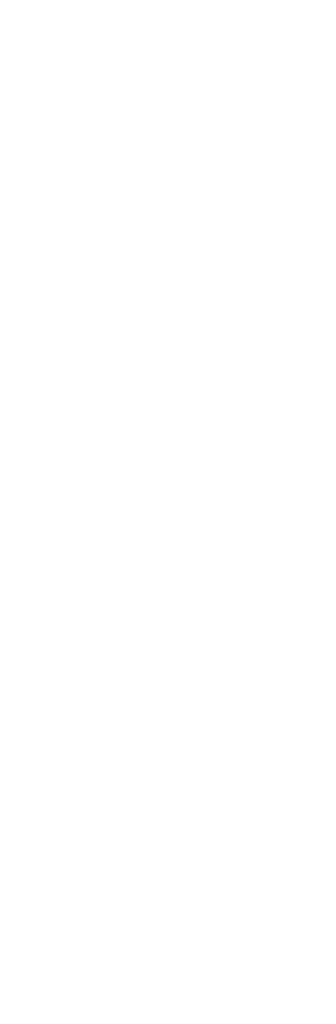
<source format=gbr>
G04 CAM350 V8.0.1 (Build 31) Date:  Thu Jun 11 14:51:13 2020 *
G04 Database: c:\users\administrator\desktop\work\2020_05\loadcell\cammerge\cam_merge.cam *
G04 Layer 10: drl_pt001.drl *
%FSLAX35Y35*%
%MOIN*%
%SFA1.000B1.000*%

%MIA0B0*%
%IPPOS*%
%LNdrl_pt001.drl*%
%LPD*%
G54D134*
X47240Y222440D03*
X241730Y257870D03*
X243310Y250000D03*
X106300Y501570D03*
X77560Y457870D03*
X92130Y525590D03*
X268900Y553540D03*
X23620Y612190D03*
X28620D03*
X33620D03*
X38620D03*
X43620D03*
X33620Y617190D03*
X28620D03*
X38620D03*
X43620D03*
X23620D03*
X60630Y640930D03*
X67320Y801160D03*
X18110Y879510D03*
X69690Y811400D03*
X78740Y806670D03*
X113390Y801950D03*
X114960Y795260D03*
X107090Y792890D03*
X98430Y711790D03*
X90550Y674000D03*
X92130Y654310D03*
X109450Y632660D03*
X100000Y624000D03*
X106300Y623600D03*
X69290Y620450D03*
X72440Y615730D03*
X149210Y606280D03*
X143700Y606670D03*
X137800Y620450D03*
X144090D03*
X159840Y667300D03*
X166540Y682260D03*
X140160Y709820D03*
X134250Y751160D03*
X165750Y764940D03*
X160630Y798800D03*
X129920Y811400D03*
X122830Y819270D03*
X184650Y801950D03*
X216540Y764940D03*
X201180Y752740D03*
X182680Y750370D03*
X188580Y711400D03*
X216540Y709430D03*
X175980Y673600D03*
X169290Y664150D03*
X183860Y663370D03*
X189370Y660220D03*
X198820Y644860D03*
X188580Y626750D03*
X183860Y623210D03*
X229130Y750770D03*
X233070Y770450D03*
X284650Y801950D03*
X240160Y802740D03*
X233070Y804700D03*
X285830Y811400D03*
X239760Y811790D03*
X245670Y821240D03*
X271260Y864150D03*
X279530D03*
G54D63*
X31180Y118110D03*
X31500Y106300D03*
X51180Y118110D03*
X51500Y106300D03*
X59060Y96460D03*
X137800Y106300D03*
X147800D03*
X148820Y97640D03*
X157800Y106300D03*
X167800D03*
X177800D03*
X177950Y97640D03*
X187800Y106300D03*
X194490Y143700D03*
X187800Y133860D03*
X177800D03*
X167800D03*
X157800D03*
X147800D03*
X137800D03*
X122050Y137800D03*
X110240D03*
X90550Y133860D03*
X78740D03*
X66930Y135350D03*
X55120D03*
X43310Y133860D03*
X31500D03*
X25590Y192910D03*
X31890Y188580D03*
X55120Y165350D03*
X66930D03*
X78740Y157090D03*
X90550Y153940D03*
Y188580D03*
X106300Y173540D03*
Y153540D03*
X121260Y165350D03*
Y180710D03*
X129920Y160630D03*
X137800Y161420D03*
X165350D03*
X173230Y185040D03*
Y195040D03*
X175200Y174800D03*
X175350Y161420D03*
X185040Y185040D03*
Y195040D03*
X185350Y161420D03*
X246460Y174800D03*
X292700Y213800D03*
X280350Y243700D03*
X279960Y227560D03*
X272850Y243700D03*
X272460Y227560D03*
X265350Y243700D03*
X264960Y227560D03*
X260240Y234250D03*
X240500Y213800D03*
X227600Y228350D03*
Y244090D03*
X226380Y204330D03*
X220100Y228350D03*
Y244090D03*
X217720Y209060D03*
X212600Y244090D03*
Y228350D03*
X196850Y221650D03*
X191340Y244490D03*
X185040Y220470D03*
Y230470D03*
Y240470D03*
Y205040D03*
X173230Y220470D03*
Y230470D03*
Y240470D03*
Y205040D03*
X158270Y220470D03*
X139760Y240160D03*
X95000Y200000D03*
Y230000D03*
X85000D03*
Y200000D03*
X75000Y230000D03*
Y200000D03*
X65000D03*
Y230000D03*
X55120Y240160D03*
Y202440D03*
Y222440D03*
X29530Y238190D03*
X45280Y251970D03*
Y271970D03*
X64960Y280310D03*
X84650Y271650D03*
X94880Y250000D03*
X95000Y280000D03*
Y260000D03*
X124410Y259840D03*
X139760Y279920D03*
X165350Y259840D03*
X186540Y279530D03*
Y267720D03*
X207090Y267320D03*
X216540Y267720D03*
Y279530D03*
Y259840D03*
X277950Y279920D03*
X276770Y333070D03*
X267720Y344880D03*
X208270Y339370D03*
X186220Y304330D03*
X176700Y304500D03*
Y324500D03*
X157480Y306690D03*
Y322440D03*
X150390Y339760D03*
X146850Y314960D03*
X125000Y335000D03*
Y305000D03*
X115000D03*
Y335000D03*
X114960Y314960D03*
X105000Y335000D03*
Y305000D03*
X95000Y335000D03*
Y305000D03*
X85040Y322440D03*
X85000Y335000D03*
Y305000D03*
X75000Y335000D03*
Y305000D03*
X65000Y335000D03*
Y305000D03*
X56300Y329920D03*
X45280Y322440D03*
X24720Y355280D03*
Y345280D03*
X54720D03*
Y355280D03*
X94490Y366140D03*
Y346140D03*
X112200Y348430D03*
X115000Y355000D03*
X138190Y347640D03*
X155510D03*
X222830Y354720D03*
X253150Y359840D03*
X259840Y347640D03*
X266140Y354720D03*
X314960Y364960D03*
X232280Y381890D03*
X216540Y375590D03*
X209840Y414170D03*
X181100Y396060D03*
X180310Y414170D03*
X173230Y375980D03*
Y405510D03*
X155910Y375590D03*
X153540Y405510D03*
Y385510D03*
X131890Y411810D03*
X115000Y375000D03*
X110000Y420000D03*
Y410000D03*
X95000Y395000D03*
Y415000D03*
X45280Y375980D03*
X39370Y452760D03*
X46850Y461810D03*
X57090Y440940D03*
X67090D03*
X77090D03*
X87090D03*
X90940Y452760D03*
X118110D03*
Y432760D03*
X176380Y429130D03*
Y455790D03*
Y445790D03*
X185430Y431500D03*
X192910Y434250D03*
X203150Y451970D03*
X203540Y436610D03*
X209450Y444880D03*
X232280D03*
X233070Y426570D03*
X236610Y469690D03*
X249210Y460630D03*
X314960Y451570D03*
X268110Y474410D03*
X264960Y491730D03*
X247240Y477170D03*
X229530Y484250D03*
X192130Y479920D03*
X177170Y487400D03*
X166930Y479920D03*
X119290Y480710D03*
X87090Y470940D03*
X80710Y487130D03*
X77090Y470940D03*
X67090D03*
X59060Y495160D03*
Y485160D03*
X57090Y470940D03*
X39370Y495160D03*
Y485160D03*
X29530Y481380D03*
Y471380D03*
X31500Y505910D03*
X41500D03*
X51500D03*
X61500D03*
X71500D03*
X76380Y518900D03*
X80710Y497130D03*
X81500Y505910D03*
X91500D03*
X101180Y518900D03*
X101500Y505910D03*
X118110Y508270D03*
X129920Y515750D03*
X168900Y501570D03*
X188980Y495670D03*
X254330Y519690D03*
X271650Y507560D03*
X330710Y515430D03*
Y535430D03*
X282720D03*
X275220D03*
X271650Y527560D03*
X267720Y535430D03*
X259840Y536610D03*
X246060Y525980D03*
X224410Y531100D03*
X206300Y536610D03*
X194880Y531100D03*
X188980Y528350D03*
X168540Y539370D03*
X161040D03*
X153540D03*
X146850Y528350D03*
X129920Y535750D03*
X118110Y535830D03*
X101500Y535910D03*
X91500D03*
X81500D03*
X71500D03*
X61500D03*
X51500D03*
X41500D03*
X31500D03*
X41340Y568430D03*
Y548430D03*
X61420Y568500D03*
X139370Y548430D03*
X155350Y562990D03*
X165350D03*
X210470D03*
X220470D03*
X234090D03*
X244090D03*
X279130Y557480D03*
X282680Y547240D03*
X33070Y629900D03*
X19690Y644860D03*
X42910D03*
X19690Y654860D03*
Y664860D03*
X41340Y674780D03*
X19690Y674860D03*
X27170Y681080D03*
X19690Y684860D03*
Y694860D03*
X33070Y695260D03*
X41340Y711790D03*
X23620Y748010D03*
X35830Y763370D03*
X35430Y820850D03*
X38190Y869670D03*
X35430Y963640D03*
X39760Y972030D03*
X64960Y994470D03*
X51570Y986990D03*
X47640Y972420D03*
X51180Y963640D03*
Y953640D03*
X46060Y855100D03*
X62990Y836590D03*
X43310D03*
X62990Y826590D03*
X43310D03*
X62990Y816590D03*
X43310D03*
X62990Y806590D03*
X43310D03*
Y796590D03*
X59840Y792890D03*
X48820Y681080D03*
X43310Y664430D03*
Y654430D03*
X55910Y649980D03*
X82680Y618800D03*
Y628800D03*
Y638800D03*
Y648800D03*
Y658800D03*
Y668800D03*
Y678800D03*
Y688800D03*
Y698800D03*
X85040Y765020D03*
Y785020D03*
X92910Y787380D03*
X92990Y806590D03*
Y816590D03*
X77560Y823600D03*
X92990Y826590D03*
Y836590D03*
X75200Y853920D03*
X75980Y866120D03*
X68500Y886990D03*
X82280Y897220D03*
X69690Y943760D03*
Y963760D03*
X106300Y970450D03*
X133860Y946830D03*
X141360D03*
X118110Y938560D03*
X96060Y892110D03*
X136220Y866120D03*
X106300Y836590D03*
X133860D03*
X106300Y816590D03*
X125590Y793290D03*
X131890Y787380D03*
Y759430D03*
X135200Y698800D03*
X125200D03*
X115200D03*
X95200D03*
X105200D03*
X151970Y649190D03*
X176770Y685810D03*
X145200Y698800D03*
X165200D03*
X175200D03*
X155200D03*
X177170Y712580D03*
Y732580D03*
X145670Y742110D03*
X177170Y759040D03*
X158660Y810610D03*
X192910Y814550D03*
X150000Y827150D03*
X143700Y847620D03*
Y870450D03*
X172440Y917300D03*
X148820Y938560D03*
X165350Y946830D03*
X172850D03*
X180350D03*
X148860D03*
X218500Y972420D03*
X204350Y946830D03*
X211850D03*
X228350D03*
X235850D03*
X196850D03*
X218500Y917300D03*
X220870Y897220D03*
X238980Y892110D03*
X231890Y879510D03*
X238980Y825180D03*
X231890Y816520D03*
X206690Y815730D03*
X195670Y803130D03*
X222440Y794070D03*
X212990Y770850D03*
X198820Y731870D03*
X234250Y706280D03*
X202280Y693370D03*
X232280D03*
X202360Y685410D03*
X194490Y666520D03*
X202280Y663370D03*
X232280D03*
X207870Y657850D03*
X241730Y643210D03*
X223500Y641710D03*
X213500D03*
X204720Y624000D03*
X224720D03*
X241730Y623210D03*
X204720Y614150D03*
X224720D03*
X251970Y622030D03*
X265750Y640930D03*
X253940Y664860D03*
X265750D03*
X253940Y694860D03*
X265750D03*
X251180Y702340D03*
X245670Y711400D03*
X250790Y758250D03*
X251970Y796590D03*
Y806590D03*
Y816590D03*
Y826590D03*
Y836590D03*
X267720Y844470D03*
X258660Y850770D03*
X264570Y931080D03*
X243350Y946830D03*
X267720Y953520D03*
X258660Y960610D03*
X298900Y931080D03*
X292130Y886990D03*
X299210Y869270D03*
X306690Y850770D03*
X271650Y836590D03*
X301650D03*
X271650Y826590D03*
X301650D03*
X271650Y816590D03*
X301650D03*
Y806590D03*
X271650D03*
X301650Y796590D03*
X271650D03*
Y786590D03*
X301650D03*
X271650Y776590D03*
X301650D03*
X271650Y763760D03*
X273620Y732660D03*
X297640Y694860D03*
X305510Y686590D03*
X297560Y671240D03*
X277560D03*
X297640Y649190D03*
X278350Y635020D03*
X284250Y622030D03*
X292130Y617700D03*
X322830Y785810D03*
X318900Y816590D03*
Y836590D03*
X324800Y844470D03*
X333070Y895650D03*
X318900Y931080D03*
G54D61*
X31500Y173860D03*
X43310D03*
X78740D03*
X90550D03*
X106300Y188980D03*
X110240Y97800D03*
X118110Y188350D03*
X122050Y97800D03*
X129920Y188350D03*
X141730D03*
X252700Y213800D03*
X200500D03*
X141730Y228350D03*
X129920D03*
X118110D03*
X106300Y228980D03*
X31500Y212600D03*
Y202600D03*
Y222600D03*
X65000Y250000D03*
Y290000D03*
X75000Y250000D03*
Y290000D03*
X85000Y250000D03*
Y290000D03*
X115000Y250000D03*
Y290000D03*
X125000Y250000D03*
Y290000D03*
X146900Y292500D03*
X157200D03*
X167600Y292100D03*
X259840Y263150D03*
X271650D03*
Y303150D03*
X259840D03*
X167600Y332100D03*
X157200Y332500D03*
X146900D03*
X85000Y345000D03*
X75000D03*
X65000D03*
X104330Y346460D03*
X145670Y354330D03*
Y364330D03*
X155670Y354330D03*
Y364330D03*
X165670Y354330D03*
Y364330D03*
X175670Y354330D03*
Y364330D03*
X185670Y354330D03*
Y364330D03*
X195670D03*
Y354330D03*
X205670D03*
Y364330D03*
X192280Y381890D03*
X104330Y386460D03*
X85000Y385000D03*
X75000D03*
X65000D03*
X52760Y386610D03*
X27950Y394880D03*
Y384880D03*
Y404880D03*
X52760Y426610D03*
X106300Y432440D03*
Y472440D03*
X177170Y507870D03*
X188980Y507240D03*
X192280Y444880D03*
X200790Y507870D03*
X212600Y507240D03*
X224410D03*
X236220Y507870D03*
X248030D03*
X259840Y507240D03*
X273780Y562990D03*
X263780D03*
X259840Y547240D03*
X248030Y547870D03*
X236220D03*
X224410Y547240D03*
X212600D03*
X200790Y547870D03*
X198980Y562990D03*
X188980D03*
Y547240D03*
X177170Y547870D03*
X143860Y562990D03*
X133860D03*
X108430D03*
X98430D03*
X59060Y623370D03*
Y663370D03*
Y860220D03*
Y900220D03*
X35430Y903370D03*
Y913370D03*
X94490Y986200D03*
X134490D03*
X147640D03*
X94490Y972420D03*
X147640D03*
X134490D03*
X162170Y925650D03*
X152170D03*
Y865650D03*
X162170D03*
X162050Y842500D03*
X122050D03*
Y828720D03*
X162050D03*
X145670Y787540D03*
X155670D03*
X165670D03*
X155670Y777540D03*
X165670D03*
X145670D03*
X175670D03*
X185670D03*
X205670D03*
X195670D03*
X185670Y787540D03*
X175670D03*
X205670D03*
X195670D03*
X175200Y814940D03*
X215200D03*
Y828720D03*
X175200D03*
X215200Y842500D03*
X175200D03*
X192170Y865650D03*
X172170D03*
X202170D03*
X182170D03*
X192170Y925650D03*
X202170D03*
X172170D03*
X182170D03*
X201730Y972420D03*
X187640D03*
Y986200D03*
X200790D03*
X240790D03*
X253310D03*
X241730Y972420D03*
X287400Y900220D03*
Y860220D03*
X276930Y661400D03*
X277560Y649590D03*
X251970Y645650D03*
Y605650D03*
X317560Y649590D03*
X316930Y661400D03*
X318900Y856120D03*
X299210Y860220D03*
X318900Y866120D03*
X299210Y900220D03*
X318900Y903370D03*
Y913370D03*
X293310Y986200D03*
G54D135*
X208800Y101980D03*
X238720Y115760D03*
X260700Y101980D03*
X290620Y115760D03*
X330710Y47240D03*
X338210Y87240D03*
X290620Y194500D03*
X260700Y129540D03*
Y194500D03*
X238720D03*
X208800Y129540D03*
Y194500D03*
X295080Y333100D03*
X337400D03*
X229920Y396850D03*
X223230D03*
X216540D03*
X209840D03*
X203150D03*
Y459840D03*
X209840D03*
X216540D03*
X223230D03*
X229920D03*
X305900Y484670D03*
X337400D03*
G54D27*
X39370Y62990D03*
X59060D03*
X78740D03*
X98430D03*
X118110D03*
X137800D03*
X157480D03*
X177170D03*
X196850D03*
X216540D03*
X236220D03*
X255910D03*
X275590D03*
X295280D03*
X314960D03*
X330710Y129920D03*
Y217800D03*
X216540Y422050D03*
Y485040D03*
X40350Y722420D03*
X89570D03*
X115160D03*
X89570Y742110D03*
X115160D03*
X40350D03*
X164370D03*
X189960D03*
X164370Y722420D03*
X189960D03*
X264760Y608250D03*
Y627930D03*
Y722420D03*
X239170D03*
Y742110D03*
X264760D03*
X313980D03*
Y722420D03*
Y627930D03*
Y608250D03*
G54D136*
X330710Y248030D03*
Y263940D03*
X307090Y559060D03*
X291180D03*
G54D137*
X20240Y20240D03*
X335200D03*
Y295830D03*
X20240D03*
Y571420D03*
X335200D03*
X20240Y719030D03*
Y994620D03*
X335200D03*
Y719030D03*
M02*

</source>
